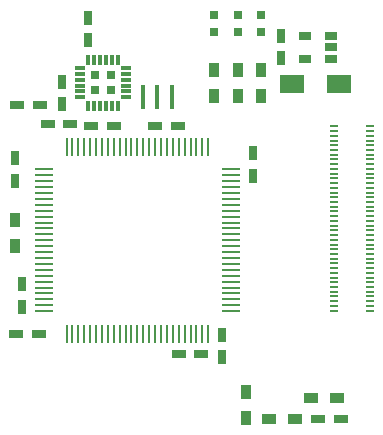
<source format=gtp>
G04 #@! TF.FileFunction,Paste,Top*
%FSLAX46Y46*%
G04 Gerber Fmt 4.6, Leading zero omitted, Abs format (unit mm)*
G04 Created by KiCad (PCBNEW 4.0.1-stable) date Thursday, April 14, 2016 'AMt' 11:50:35 AM*
%MOMM*%
G01*
G04 APERTURE LIST*
%ADD10C,0.100000*%
%ADD11R,0.700000X0.200000*%
%ADD12R,0.850000X0.300000*%
%ADD13R,0.300000X0.850000*%
%ADD14R,0.780000X0.780000*%
%ADD15R,1.200000X0.750000*%
%ADD16R,0.750000X1.200000*%
%ADD17R,2.000000X1.600000*%
%ADD18R,0.797560X0.797560*%
%ADD19R,0.900000X1.200000*%
%ADD20R,1.200000X0.900000*%
%ADD21R,0.280000X1.500000*%
%ADD22R,1.500000X0.280000*%
%ADD23R,1.060000X0.650000*%
%ADD24R,0.400000X2.100000*%
G04 APERTURE END LIST*
D10*
D11*
X161190000Y-100200000D03*
X161190000Y-100600000D03*
X161190000Y-101000000D03*
X161190000Y-101400000D03*
X161190000Y-101800000D03*
X161190000Y-102200000D03*
X161190000Y-102600000D03*
X161190000Y-103000000D03*
X161190000Y-103400000D03*
X161190000Y-103800000D03*
X161190000Y-107800000D03*
X161190000Y-107400000D03*
X161190000Y-107000000D03*
X161190000Y-106600000D03*
X161190000Y-106200000D03*
X161190000Y-105800000D03*
X161190000Y-105400000D03*
X161190000Y-105000000D03*
X161190000Y-104600000D03*
X161190000Y-104200000D03*
X161190000Y-108200000D03*
X161190000Y-108600000D03*
X161190000Y-109000000D03*
X161190000Y-109400000D03*
X161190000Y-109800000D03*
X161190000Y-110200000D03*
X161190000Y-110600000D03*
X161190000Y-111000000D03*
X161190000Y-111400000D03*
X161190000Y-111800000D03*
X161190000Y-115800000D03*
X161190000Y-115400000D03*
X161190000Y-115000000D03*
X161190000Y-114600000D03*
X161190000Y-114200000D03*
X161190000Y-113800000D03*
X161190000Y-113400000D03*
X161190000Y-113000000D03*
X161190000Y-112600000D03*
X161190000Y-112200000D03*
X158110000Y-112200000D03*
X158110000Y-112600000D03*
X158110000Y-113000000D03*
X158110000Y-113400000D03*
X158110000Y-113800000D03*
X158110000Y-114200000D03*
X158110000Y-114600000D03*
X158110000Y-115000000D03*
X158110000Y-115400000D03*
X158110000Y-115800000D03*
X158110000Y-111800000D03*
X158110000Y-111400000D03*
X158110000Y-111000000D03*
X158110000Y-110600000D03*
X158110000Y-110200000D03*
X158110000Y-109800000D03*
X158110000Y-109400000D03*
X158110000Y-109000000D03*
X158110000Y-108600000D03*
X158110000Y-108200000D03*
X158110000Y-104200000D03*
X158110000Y-104600000D03*
X158110000Y-105000000D03*
X158110000Y-105400000D03*
X158110000Y-105800000D03*
X158110000Y-106200000D03*
X158110000Y-106600000D03*
X158110000Y-107000000D03*
X158110000Y-107400000D03*
X158110000Y-107800000D03*
X158110000Y-103800000D03*
X158110000Y-103400000D03*
X158110000Y-103000000D03*
X158110000Y-102600000D03*
X158110000Y-102200000D03*
X158110000Y-101800000D03*
X158110000Y-101400000D03*
X158110000Y-101000000D03*
X158110000Y-100600000D03*
X158110000Y-100200000D03*
D12*
X140540000Y-97740000D03*
X140540000Y-97240000D03*
X140540000Y-96740000D03*
X140540000Y-96240000D03*
X140540000Y-95740000D03*
X140540000Y-95240000D03*
D13*
X139840000Y-94540000D03*
X139340000Y-94540000D03*
X138840000Y-94540000D03*
X138340000Y-94540000D03*
X137840000Y-94540000D03*
X137340000Y-94540000D03*
D12*
X136640000Y-95240000D03*
X136640000Y-95740000D03*
X136640000Y-96240000D03*
X136640000Y-96740000D03*
X136640000Y-97240000D03*
X136640000Y-97740000D03*
D13*
X137340000Y-98440000D03*
X137840000Y-98440000D03*
X138340000Y-98440000D03*
X138840000Y-98440000D03*
X139340000Y-98440000D03*
X139840000Y-98440000D03*
D14*
X137940000Y-95840000D03*
X137940000Y-97140000D03*
X139240000Y-95840000D03*
X139240000Y-97140000D03*
D15*
X137600000Y-100170000D03*
X139500000Y-100170000D03*
D16*
X135110000Y-96420000D03*
X135110000Y-98320000D03*
X137300000Y-92880000D03*
X137300000Y-90980000D03*
D15*
X131320000Y-98370000D03*
X133220000Y-98370000D03*
X144930000Y-100150000D03*
X143030000Y-100150000D03*
X133910000Y-100020000D03*
X135810000Y-100020000D03*
D16*
X151270000Y-104360000D03*
X151270000Y-102460000D03*
X131140000Y-102910000D03*
X131140000Y-104810000D03*
X131750000Y-115450000D03*
X131750000Y-113550000D03*
D15*
X133140000Y-117750000D03*
X131240000Y-117750000D03*
D17*
X158610000Y-96580000D03*
X154610000Y-96580000D03*
D16*
X153620000Y-94440000D03*
X153620000Y-92540000D03*
X148650000Y-119750000D03*
X148650000Y-117850000D03*
D15*
X146880000Y-119480000D03*
X144980000Y-119480000D03*
X156800000Y-125000000D03*
X158700000Y-125000000D03*
D18*
X152000000Y-90750700D03*
X152000000Y-92249300D03*
X150000000Y-90750700D03*
X150000000Y-92249300D03*
X148000000Y-90750700D03*
X148000000Y-92249300D03*
D19*
X152000000Y-97600000D03*
X152000000Y-95400000D03*
X150000000Y-97600000D03*
X150000000Y-95400000D03*
X148000000Y-97600000D03*
X148000000Y-95400000D03*
X150700000Y-122650000D03*
X150700000Y-124850000D03*
D20*
X154850000Y-124990000D03*
X152650000Y-124990000D03*
D21*
X147500000Y-101940000D03*
X147000000Y-101940000D03*
X146500000Y-101940000D03*
X146000000Y-101940000D03*
X145500000Y-101940000D03*
X145000000Y-101940000D03*
X144500000Y-101940000D03*
X144000000Y-101940000D03*
X143500000Y-101940000D03*
X143000000Y-101940000D03*
X142500000Y-101940000D03*
X142000000Y-101940000D03*
X141500000Y-101940000D03*
X141000000Y-101940000D03*
X140500000Y-101940000D03*
X140000000Y-101940000D03*
X139500000Y-101940000D03*
X139000000Y-101940000D03*
X138500000Y-101940000D03*
X138000000Y-101940000D03*
X137500000Y-101940000D03*
X137000000Y-101940000D03*
X136500000Y-101940000D03*
X136000000Y-101940000D03*
X135500000Y-101940000D03*
D22*
X133600000Y-103840000D03*
X133600000Y-104340000D03*
X133600000Y-104840000D03*
X133600000Y-105340000D03*
X133600000Y-105840000D03*
X133600000Y-106340000D03*
X133600000Y-106840000D03*
X133600000Y-107340000D03*
X133600000Y-107840000D03*
X133600000Y-108340000D03*
X133600000Y-108840000D03*
X133600000Y-109340000D03*
X133600000Y-109840000D03*
X133600000Y-110340000D03*
X133600000Y-110840000D03*
X133600000Y-111340000D03*
X133600000Y-111840000D03*
X133600000Y-112340000D03*
X133600000Y-112840000D03*
X133600000Y-113340000D03*
X133600000Y-113840000D03*
X133600000Y-114340000D03*
X133600000Y-114840000D03*
X133600000Y-115340000D03*
X133600000Y-115840000D03*
D21*
X135500000Y-117740000D03*
X136000000Y-117740000D03*
X136500000Y-117740000D03*
X137000000Y-117740000D03*
X137500000Y-117740000D03*
X138000000Y-117740000D03*
X138500000Y-117740000D03*
X139000000Y-117740000D03*
X139500000Y-117740000D03*
X140000000Y-117740000D03*
X140500000Y-117740000D03*
X141000000Y-117740000D03*
X141500000Y-117740000D03*
X142000000Y-117740000D03*
X142500000Y-117740000D03*
X143000000Y-117740000D03*
X143500000Y-117740000D03*
X144000000Y-117740000D03*
X144500000Y-117740000D03*
X145000000Y-117740000D03*
X145500000Y-117740000D03*
X146000000Y-117740000D03*
X146500000Y-117740000D03*
X147000000Y-117740000D03*
X147500000Y-117740000D03*
D22*
X149400000Y-115840000D03*
X149400000Y-115340000D03*
X149400000Y-114840000D03*
X149400000Y-114340000D03*
X149400000Y-113840000D03*
X149400000Y-113340000D03*
X149400000Y-112840000D03*
X149400000Y-112340000D03*
X149400000Y-111840000D03*
X149400000Y-111340000D03*
X149400000Y-110840000D03*
X149400000Y-110340000D03*
X149400000Y-109840000D03*
X149400000Y-109340000D03*
X149400000Y-108840000D03*
X149400000Y-108340000D03*
X149400000Y-107840000D03*
X149400000Y-107340000D03*
X149400000Y-106840000D03*
X149400000Y-106340000D03*
X149400000Y-105840000D03*
X149400000Y-105340000D03*
X149400000Y-104840000D03*
X149400000Y-104340000D03*
X149400000Y-103840000D03*
D23*
X157930000Y-94460000D03*
X157930000Y-93510000D03*
X157930000Y-92560000D03*
X155730000Y-92560000D03*
X155730000Y-94460000D03*
D24*
X144390000Y-97700000D03*
X141990000Y-97700000D03*
X143190000Y-97700000D03*
D20*
X158375000Y-123175000D03*
X156175000Y-123175000D03*
D19*
X131130000Y-108090000D03*
X131130000Y-110290000D03*
M02*

</source>
